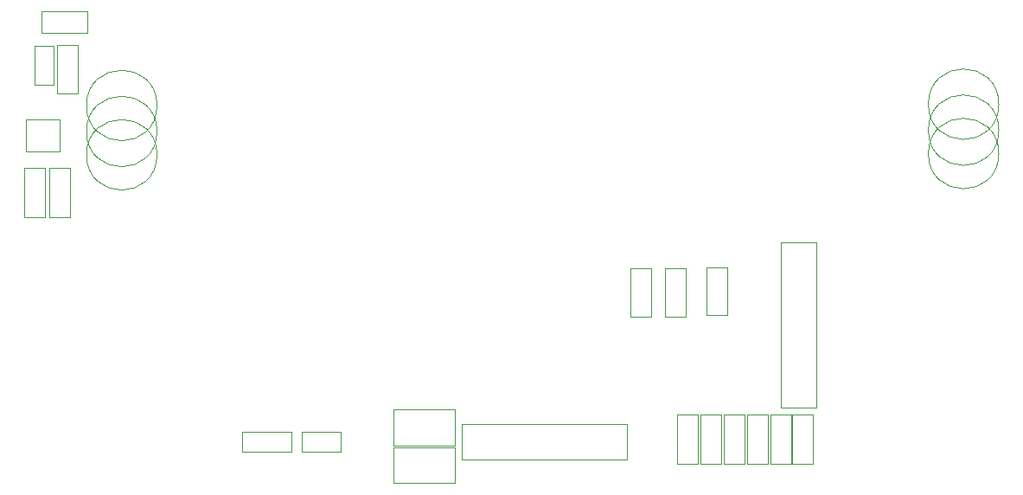
<source format=gbr>
G04 #@! TF.FileFunction,Other,User*
%FSLAX46Y46*%
G04 Gerber Fmt 4.6, Leading zero omitted, Abs format (unit mm)*
G04 Created by KiCad (PCBNEW 4.0.4-stable) date 02/12/17 18:05:13*
%MOMM*%
%LPD*%
G01*
G04 APERTURE LIST*
%ADD10C,0.100000*%
%ADD11C,0.050000*%
G04 APERTURE END LIST*
D10*
D11*
X127783000Y-81534000D02*
G75*
G03X127783000Y-81534000I-3450000J0D01*
G01*
X127783000Y-86360000D02*
G75*
G03X127783000Y-86360000I-3450000J0D01*
G01*
X127783000Y-84074000D02*
G75*
G03X127783000Y-84074000I-3450000J0D01*
G01*
X210206000Y-83947000D02*
G75*
G03X210206000Y-83947000I-3450000J0D01*
G01*
X210206000Y-86233000D02*
G75*
G03X210206000Y-86233000I-3450000J0D01*
G01*
X180991000Y-116573000D02*
X180991000Y-111773000D01*
X182991000Y-116573000D02*
X182991000Y-111773000D01*
X180991000Y-116573000D02*
X182991000Y-116573000D01*
X180991000Y-111773000D02*
X182991000Y-111773000D01*
X183626000Y-97395000D02*
X183626000Y-101995000D01*
X181626000Y-97395000D02*
X181626000Y-101995000D01*
X183626000Y-97395000D02*
X181626000Y-97395000D01*
X183626000Y-101995000D02*
X181626000Y-101995000D01*
X115763000Y-75697000D02*
X117663000Y-75697000D01*
X117663000Y-75697000D02*
X117663000Y-79497000D01*
X117663000Y-79497000D02*
X115763000Y-79497000D01*
X115763000Y-79497000D02*
X115763000Y-75697000D01*
X116495000Y-72356000D02*
X120995000Y-72356000D01*
X120995000Y-72356000D02*
X120995000Y-74456000D01*
X120995000Y-74456000D02*
X116495000Y-74456000D01*
X116495000Y-72356000D02*
X116495000Y-74456000D01*
X114936000Y-82855000D02*
X118236000Y-82855000D01*
X118236000Y-82855000D02*
X118236000Y-86055000D01*
X118236000Y-86055000D02*
X114936000Y-86055000D01*
X114936000Y-86055000D02*
X114936000Y-82855000D01*
X117237000Y-92443000D02*
X117237000Y-87643000D01*
X119237000Y-92443000D02*
X119237000Y-87643000D01*
X117237000Y-92443000D02*
X119237000Y-92443000D01*
X117237000Y-87643000D02*
X119237000Y-87643000D01*
X117999000Y-80378000D02*
X117999000Y-75578000D01*
X119999000Y-80378000D02*
X119999000Y-75578000D01*
X117999000Y-80378000D02*
X119999000Y-80378000D01*
X117999000Y-75578000D02*
X119999000Y-75578000D01*
X116824000Y-87643000D02*
X116824000Y-92443000D01*
X114824000Y-87643000D02*
X114824000Y-92443000D01*
X116824000Y-87643000D02*
X114824000Y-87643000D01*
X116824000Y-92443000D02*
X114824000Y-92443000D01*
X178705000Y-116573000D02*
X178705000Y-111773000D01*
X180705000Y-116573000D02*
X180705000Y-111773000D01*
X178705000Y-116573000D02*
X180705000Y-116573000D01*
X178705000Y-111773000D02*
X180705000Y-111773000D01*
X183277000Y-116573000D02*
X183277000Y-111773000D01*
X185277000Y-116573000D02*
X185277000Y-111773000D01*
X183277000Y-116573000D02*
X185277000Y-116573000D01*
X183277000Y-111773000D02*
X185277000Y-111773000D01*
X173835000Y-112677000D02*
X157635000Y-112677000D01*
X173835000Y-116177000D02*
X157635000Y-116177000D01*
X173835000Y-112677000D02*
X173835000Y-116177000D01*
X157635000Y-112677000D02*
X157635000Y-116177000D01*
X150904000Y-114780000D02*
X156954000Y-114780000D01*
X150904000Y-111280000D02*
X156954000Y-111280000D01*
X150904000Y-114780000D02*
X150904000Y-111280000D01*
X156954000Y-114780000D02*
X156954000Y-111280000D01*
X187563000Y-111773000D02*
X187563000Y-116573000D01*
X185563000Y-111773000D02*
X185563000Y-116573000D01*
X187563000Y-111773000D02*
X185563000Y-111773000D01*
X187563000Y-116573000D02*
X185563000Y-116573000D01*
X189849000Y-111773000D02*
X189849000Y-116573000D01*
X187849000Y-111773000D02*
X187849000Y-116573000D01*
X189849000Y-111773000D02*
X187849000Y-111773000D01*
X189849000Y-116573000D02*
X187849000Y-116573000D01*
X145791000Y-113477000D02*
X145791000Y-115377000D01*
X145791000Y-115377000D02*
X141991000Y-115377000D01*
X141991000Y-115377000D02*
X141991000Y-113477000D01*
X141991000Y-113477000D02*
X145791000Y-113477000D01*
X136157000Y-113427000D02*
X140957000Y-113427000D01*
X136157000Y-115427000D02*
X140957000Y-115427000D01*
X136157000Y-113427000D02*
X136157000Y-115427000D01*
X140957000Y-113427000D02*
X140957000Y-115427000D01*
X177562000Y-102222000D02*
X177562000Y-97422000D01*
X179562000Y-102222000D02*
X179562000Y-97422000D01*
X177562000Y-102222000D02*
X179562000Y-102222000D01*
X177562000Y-97422000D02*
X179562000Y-97422000D01*
X174133000Y-102222000D02*
X174133000Y-97422000D01*
X176133000Y-102222000D02*
X176133000Y-97422000D01*
X174133000Y-102222000D02*
X176133000Y-102222000D01*
X174133000Y-97422000D02*
X176133000Y-97422000D01*
X150904000Y-118463000D02*
X156954000Y-118463000D01*
X150904000Y-114963000D02*
X156954000Y-114963000D01*
X150904000Y-118463000D02*
X150904000Y-114963000D01*
X156954000Y-118463000D02*
X156954000Y-114963000D01*
X190008000Y-116573000D02*
X190008000Y-111773000D01*
X192008000Y-116573000D02*
X192008000Y-111773000D01*
X190008000Y-116573000D02*
X192008000Y-116573000D01*
X190008000Y-111773000D02*
X192008000Y-111773000D01*
X210206000Y-81407000D02*
G75*
G03X210206000Y-81407000I-3450000J0D01*
G01*
X192377000Y-111097000D02*
X192377000Y-94897000D01*
X188877000Y-111097000D02*
X188877000Y-94897000D01*
X192377000Y-111097000D02*
X188877000Y-111097000D01*
X192377000Y-94897000D02*
X188877000Y-94897000D01*
M02*

</source>
